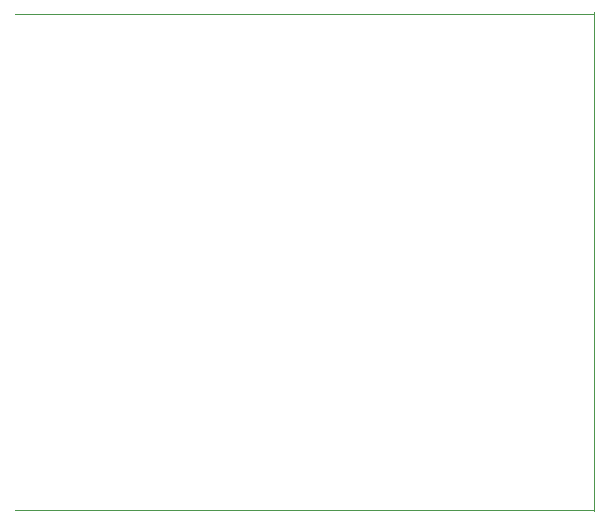
<source format=gbr>
G04 DipTrace 4.3.0.1*
G04 TopAssembly.gbr*
%MOMM*%
G04 #@! TF.FileFunction,Drawing,Top*
G04 #@! TF.Part,Single*
%ADD14C,0.05*%
%FSLAX35Y35*%
G04*
G71*
G90*
G75*
G01*
G04 TopAssy*
%LPD*%
X-4873000Y-2100000D2*
D14*
X27000D1*
Y2112000D2*
Y-2112000D1*
X-4873000Y2100000D2*
X27000D1*
M02*

</source>
